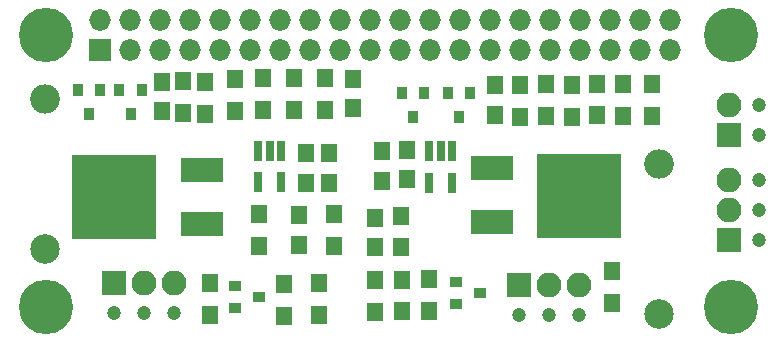
<source format=gts>
G04 #@! TF.FileFunction,Soldermask,Top*
%FSLAX46Y46*%
G04 Gerber Fmt 4.6, Leading zero omitted, Abs format (unit mm)*
G04 Created by KiCad (PCBNEW 4.0.7-e2-6376~61~ubuntu18.04.1) date Sat Feb 16 00:57:27 2019*
%MOMM*%
%LPD*%
G01*
G04 APERTURE LIST*
%ADD10C,0.100000*%
%ADD11R,1.351600X1.601600*%
%ADD12R,0.901600X1.001600*%
%ADD13R,1.001600X0.901600*%
%ADD14R,1.401600X1.601600*%
%ADD15R,0.751600X1.661600*%
%ADD16O,2.100580X2.100580*%
%ADD17R,2.100580X2.100580*%
%ADD18C,1.201600*%
%ADD19R,3.601600X2.101600*%
%ADD20R,7.101600X7.101600*%
%ADD21C,2.501600*%
%ADD22O,2.501600X2.501600*%
%ADD23C,4.601600*%
%ADD24R,1.828800X1.828800*%
%ADD25O,1.828800X1.828800*%
G04 APERTURE END LIST*
D10*
D11*
X128892700Y-101488300D03*
X128892700Y-98988300D03*
X130873900Y-101488300D03*
X130873900Y-98988300D03*
X128361840Y-104248640D03*
X128361840Y-106748640D03*
D12*
X111490000Y-93650000D03*
X109590000Y-93650000D03*
X110540000Y-95650000D03*
X115010000Y-93640000D03*
X113110000Y-93640000D03*
X114060000Y-95640000D03*
D13*
X122927000Y-110243320D03*
X122927000Y-112143320D03*
X124927000Y-111193320D03*
D14*
X131308240Y-106823240D03*
X131308240Y-104123240D03*
X124927760Y-104168960D03*
X124927760Y-106868960D03*
X127080000Y-110080000D03*
X127080000Y-112780000D03*
X129980000Y-109990000D03*
X129980000Y-112690000D03*
X120752000Y-109975400D03*
X120752000Y-112675400D03*
D15*
X126794700Y-98774000D03*
X125844700Y-98774000D03*
X124894700Y-98774000D03*
X124894700Y-101474000D03*
X126794700Y-101474000D03*
D11*
X132893200Y-95201800D03*
X132893200Y-92701800D03*
X116710000Y-92950000D03*
X116710000Y-95450000D03*
X144890000Y-95740000D03*
X144890000Y-93240000D03*
X135369700Y-101335900D03*
X135369700Y-98835900D03*
X137427100Y-101221600D03*
X137427100Y-98721600D03*
X134739780Y-106967080D03*
X134739780Y-104467080D03*
D12*
X138902880Y-93911920D03*
X137002880Y-93911920D03*
X137952880Y-95911920D03*
X142834800Y-93896680D03*
X140934800Y-93896680D03*
X141884800Y-95896680D03*
D16*
X164690000Y-101310000D03*
D17*
X164690000Y-106390000D03*
D16*
X164690000Y-103850000D03*
D18*
X167230000Y-106390000D03*
X167230000Y-103850000D03*
X167230000Y-101310000D03*
D16*
X164690000Y-94950000D03*
D17*
X164690000Y-97490000D03*
D18*
X167230000Y-97490000D03*
X167230000Y-94950000D03*
D16*
X152050000Y-110150000D03*
D17*
X146970000Y-110150000D03*
D16*
X149510000Y-110150000D03*
D18*
X146970000Y-112690000D03*
X149510000Y-112690000D03*
X152050000Y-112690000D03*
D16*
X117754800Y-109979200D03*
D17*
X112674800Y-109979200D03*
D16*
X115214800Y-109979200D03*
D18*
X112674800Y-112519200D03*
X115214800Y-112519200D03*
X117754800Y-112519200D03*
D19*
X120080000Y-104990000D03*
X120080000Y-100410000D03*
D20*
X112680000Y-102690000D03*
D19*
X144656720Y-100282560D03*
X144656720Y-104862560D03*
D20*
X152056720Y-102582560D03*
D13*
X141646800Y-109880100D03*
X141646800Y-111780100D03*
X143646800Y-110830100D03*
D14*
X125290000Y-95340000D03*
X125290000Y-92640000D03*
X158190000Y-93140000D03*
X158190000Y-95840000D03*
X139294000Y-109670600D03*
X139294000Y-112370600D03*
X134722000Y-112446800D03*
X134722000Y-109746800D03*
X136974980Y-106983260D03*
X136974980Y-104283260D03*
X137008000Y-109696000D03*
X137008000Y-112396000D03*
X154840000Y-111670000D03*
X154840000Y-108970000D03*
X147035920Y-93208480D03*
X147035920Y-95908480D03*
X149238100Y-93139900D03*
X149238100Y-95839900D03*
X153543400Y-93101800D03*
X153543400Y-95801800D03*
X155791300Y-93139900D03*
X155791300Y-95839900D03*
X118520000Y-95620000D03*
X118520000Y-92920000D03*
X120400000Y-95640000D03*
X120400000Y-92940000D03*
X122890000Y-95440000D03*
X122890000Y-92740000D03*
X127880000Y-95330000D03*
X127880000Y-92630000D03*
X130490000Y-95330000D03*
X130490000Y-92630000D03*
X151409800Y-95954200D03*
X151409800Y-93254200D03*
D15*
X141272700Y-98812100D03*
X140322700Y-98812100D03*
X139372700Y-98812100D03*
X139372700Y-101512100D03*
X141272700Y-101512100D03*
D21*
X106832800Y-107109000D03*
D22*
X106832800Y-94409000D03*
D21*
X158790000Y-112590000D03*
D22*
X158790000Y-99890000D03*
D23*
X164891100Y-88993600D03*
X164891100Y-111993600D03*
X106891100Y-111993600D03*
D24*
X111491100Y-90293600D03*
D25*
X111491100Y-87753600D03*
X114031100Y-90293600D03*
X114031100Y-87753600D03*
X116571100Y-90293600D03*
X116571100Y-87753600D03*
X119111100Y-90293600D03*
X119111100Y-87753600D03*
X121651100Y-90293600D03*
X121651100Y-87753600D03*
X124191100Y-90293600D03*
X124191100Y-87753600D03*
X126731100Y-90293600D03*
X126731100Y-87753600D03*
X129271100Y-90293600D03*
X129271100Y-87753600D03*
X131811100Y-90293600D03*
X131811100Y-87753600D03*
X134351100Y-90293600D03*
X134351100Y-87753600D03*
X136891100Y-90293600D03*
X136891100Y-87753600D03*
X139431100Y-90293600D03*
X139431100Y-87753600D03*
X141971100Y-90293600D03*
X141971100Y-87753600D03*
X144511100Y-90293600D03*
X144511100Y-87753600D03*
X147051100Y-90293600D03*
X147051100Y-87753600D03*
X149591100Y-90293600D03*
X149591100Y-87753600D03*
X152131100Y-90293600D03*
X152131100Y-87753600D03*
X154671100Y-90293600D03*
X154671100Y-87753600D03*
X157211100Y-90293600D03*
X157211100Y-87753600D03*
X159751100Y-90293600D03*
X159751100Y-87753600D03*
D23*
X106891100Y-88993600D03*
M02*

</source>
